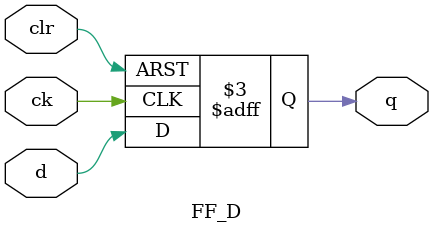
<source format=v>

module FF_D (q, d, clr, ck);

	input d,clr,ck;
	output reg q;
	
	always @(negedge ck or negedge clr)
	begin 
		if(clr==0) q=0;
		else q=d;
		
	end
endmodule
	

</source>
